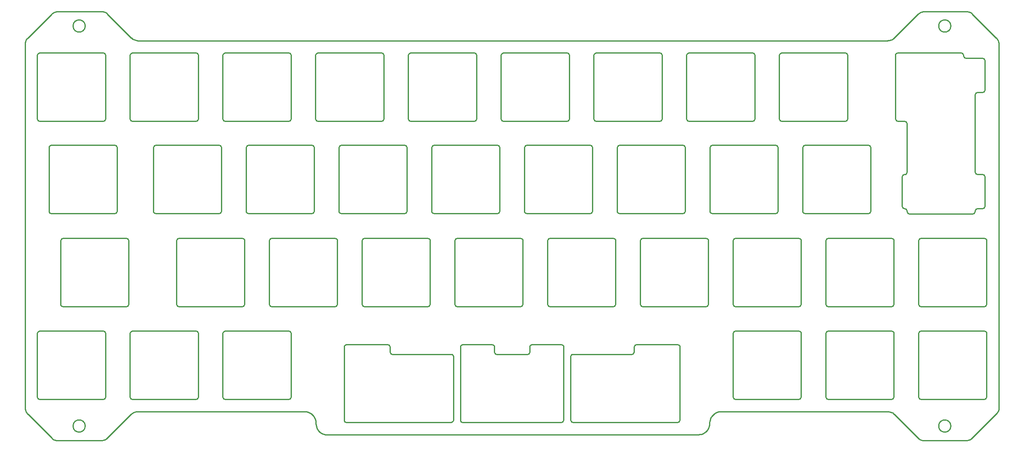
<source format=gm1>
%TF.GenerationSoftware,KiCad,Pcbnew,7.0.6*%
%TF.CreationDate,2023-08-05T15:27:14-04:00*%
%TF.ProjectId,cutiepie-symmetrical-uniform-stagger-plate,63757469-6570-4696-952d-73796d6d6574,rev?*%
%TF.SameCoordinates,Original*%
%TF.FileFunction,Profile,NP*%
%FSLAX46Y46*%
G04 Gerber Fmt 4.6, Leading zero omitted, Abs format (unit mm)*
G04 Created by KiCad (PCBNEW 7.0.6) date 2023-08-05 15:27:14*
%MOMM*%
%LPD*%
G01*
G04 APERTURE LIST*
%ADD10C,0.250000*%
%TA.AperFunction,Profile*%
%ADD11C,0.250000*%
%TD*%
G04 APERTURE END LIST*
D10*
X70699259Y-64478914D02*
X70626872Y-64738182D01*
X70437588Y-64918566D01*
X70199259Y-64978914D01*
X155924001Y-89078655D02*
X156183269Y-89151041D01*
X156363653Y-89340325D01*
X156424001Y-89578655D01*
D11*
X75748874Y-64478655D02*
X75748874Y-51478655D01*
D10*
X123874001Y-103078655D02*
X123614732Y-103006268D01*
X123434348Y-102816984D01*
X123374001Y-102578655D01*
X73080259Y-83444521D02*
X73007872Y-83703789D01*
X72818588Y-83884173D01*
X72580259Y-83944521D01*
D11*
X171498874Y-50978655D02*
X184498874Y-50978655D01*
X85274001Y-102578655D02*
X85274001Y-89578655D01*
D10*
X89748874Y-121628655D02*
X89676487Y-121887923D01*
X89487203Y-122068307D01*
X89248874Y-122128655D01*
X127848874Y-64478655D02*
X127776487Y-64737923D01*
X127587203Y-64918307D01*
X127348874Y-64978655D01*
D11*
X151074374Y-112896414D02*
X157298374Y-112896414D01*
D10*
X223098874Y-64478655D02*
X223026487Y-64737923D01*
X222837203Y-64918307D01*
X222598874Y-64978655D01*
X57199259Y-64978914D02*
X56939990Y-64906527D01*
X56759606Y-64717243D01*
X56699259Y-64478914D01*
D11*
X66542414Y-127653649D02*
G75*
G03*
X66542414Y-127653649I-1250000J0D01*
G01*
X200073874Y-108128655D02*
X213073874Y-108128655D01*
D10*
X61461259Y-89578914D02*
X61533645Y-89319645D01*
X61722929Y-89139261D01*
X61961259Y-89078914D01*
X150574374Y-112396414D02*
X150646760Y-112655682D01*
X150836044Y-112836066D01*
X151074374Y-112896414D01*
D11*
X137661259Y-83444655D02*
X137661259Y-70444655D01*
D10*
X70698874Y-121628655D02*
X70626487Y-121887923D01*
X70437203Y-122068307D01*
X70198874Y-122128655D01*
X151661259Y-83444655D02*
X151588872Y-83703923D01*
X151399588Y-83884307D01*
X151161259Y-83944655D01*
X120198374Y-126891414D02*
X119939105Y-126819027D01*
X119758721Y-126629743D01*
X119698374Y-126391414D01*
D11*
X156711259Y-83444655D02*
X156711259Y-70444655D01*
D10*
X219124001Y-103078655D02*
X218864732Y-103006268D01*
X218684348Y-102816984D01*
X218624001Y-102578655D01*
D11*
X197244597Y-124653914D02*
X231293651Y-124653965D01*
D10*
X81011259Y-83944655D02*
X80751990Y-83872268D01*
X80571606Y-83682984D01*
X80511259Y-83444655D01*
D11*
X155924001Y-103078655D02*
X142924001Y-103078655D01*
X108298874Y-64978655D02*
X95298874Y-64978655D01*
X184498874Y-64978655D02*
X171498874Y-64978655D01*
X127348874Y-64978655D02*
X114348874Y-64978655D01*
X213861259Y-83444655D02*
X213861259Y-70444655D01*
X73080259Y-70444521D02*
X73080259Y-83444521D01*
X176261259Y-69944655D02*
X189261259Y-69944655D01*
X209098874Y-64478655D02*
X209098874Y-51478655D01*
X218623874Y-121628655D02*
X218623874Y-108628655D01*
D10*
X137661259Y-70444655D02*
X137733645Y-70185386D01*
X137922929Y-70005002D01*
X138161259Y-69944655D01*
X80511259Y-70444655D02*
X80583645Y-70185386D01*
X80772929Y-70005002D01*
X81011259Y-69944655D01*
X164298374Y-110891414D02*
X164557642Y-110963800D01*
X164738026Y-111153084D01*
X164798374Y-111391414D01*
D11*
X251673874Y-108628655D02*
X251673874Y-121628655D01*
D10*
X129111374Y-112391414D02*
X129183760Y-112650682D01*
X129373044Y-112831066D01*
X129611374Y-112891414D01*
D11*
X89248874Y-122128655D02*
X76248874Y-122128655D01*
D10*
X189761259Y-83444655D02*
X189688872Y-83703923D01*
X189499588Y-83884307D01*
X189261259Y-83944655D01*
D11*
X237673874Y-121628655D02*
X237673874Y-108628655D01*
D10*
X233411374Y-50978914D02*
X233152105Y-51051300D01*
X232971721Y-51240584D01*
X232911374Y-51478914D01*
X165948874Y-64478655D02*
X165876487Y-64737923D01*
X165687203Y-64918307D01*
X165448874Y-64978655D01*
D11*
X136874001Y-103078655D02*
X123874001Y-103078655D01*
D10*
X199574001Y-89578655D02*
X199646387Y-89319386D01*
X199835671Y-89139002D01*
X200074001Y-89078655D01*
X190548874Y-64978655D02*
X190289605Y-64906268D01*
X190109221Y-64716984D01*
X190048874Y-64478655D01*
X89248874Y-108128655D02*
X89508142Y-108201041D01*
X89688526Y-108390325D01*
X89748874Y-108628655D01*
X180524001Y-89578655D02*
X180596387Y-89319386D01*
X180785671Y-89139002D01*
X181024001Y-89078655D01*
D11*
X249792624Y-82946914D02*
X250792624Y-82946914D01*
D10*
X213074001Y-89078655D02*
X213333269Y-89151041D01*
X213513653Y-89340325D01*
X213574001Y-89578655D01*
X132111259Y-69944655D02*
X132370527Y-70017041D01*
X132550911Y-70206325D01*
X132611259Y-70444655D01*
D11*
X194524001Y-89578655D02*
X194524001Y-102578655D01*
X166236374Y-126391414D02*
X166236374Y-113391414D01*
X72580259Y-83944521D02*
X59580259Y-83944521D01*
D10*
X213573874Y-121628655D02*
X213501487Y-121887923D01*
X213312203Y-122068307D01*
X213073874Y-122128655D01*
D11*
X113561259Y-70444655D02*
X113561259Y-83444655D01*
D10*
X227861259Y-83444655D02*
X227788872Y-83703923D01*
X227599588Y-83884307D01*
X227361259Y-83944655D01*
X164798374Y-126391414D02*
X164725987Y-126650682D01*
X164536703Y-126831066D01*
X164298374Y-126891414D01*
D11*
X249292624Y-75446914D02*
X249292624Y-59570914D01*
D10*
X70199259Y-50978914D02*
X70458527Y-51051300D01*
X70638911Y-51240584D01*
X70699259Y-51478914D01*
D11*
X164298374Y-126891414D02*
X144074374Y-126891414D01*
X119698374Y-126391414D02*
X119698374Y-111391414D01*
X165448874Y-64978655D02*
X152448874Y-64978655D01*
D10*
X232123874Y-108128655D02*
X232383142Y-108201041D01*
X232563526Y-108390325D01*
X232623874Y-108628655D01*
X108298874Y-50978655D02*
X108558142Y-51051041D01*
X108738526Y-51240325D01*
X108798874Y-51478655D01*
D11*
X118611259Y-83444655D02*
X118611259Y-70444655D01*
D10*
X204048874Y-64478655D02*
X203976487Y-64737923D01*
X203787203Y-64918307D01*
X203548874Y-64978655D01*
X251292624Y-76446914D02*
X251220237Y-76187645D01*
X251030953Y-76007261D01*
X250792624Y-75946914D01*
X133398874Y-64978655D02*
X133139605Y-64906268D01*
X132959221Y-64716984D01*
X132898874Y-64478655D01*
D11*
X128611374Y-110891414D02*
X128611374Y-110896414D01*
X142424001Y-102578655D02*
X142424001Y-89578655D01*
X104824001Y-89078655D02*
X117824001Y-89078655D01*
D10*
X234792624Y-64983914D02*
X235051892Y-65056300D01*
X235232276Y-65245584D01*
X235292624Y-65483914D01*
D11*
X190548874Y-50978655D02*
X203548874Y-50978655D01*
X238951881Y-130655466D02*
X247370327Y-130655554D01*
D10*
X74961259Y-89078914D02*
X75220527Y-89151300D01*
X75400911Y-89340584D01*
X75461259Y-89578914D01*
D11*
X57199259Y-50978914D02*
X70199259Y-50978914D01*
X209598874Y-50978655D02*
X222598874Y-50978655D01*
D10*
X248785003Y-43039653D02*
X248560667Y-42846314D01*
X248312570Y-42689479D01*
X248045136Y-42570980D01*
X247762791Y-42492651D01*
X247469963Y-42456324D01*
X247370789Y-42453867D01*
D11*
X114348874Y-50978655D02*
X127348874Y-50978655D01*
D10*
X251673874Y-121628655D02*
X251601487Y-121887923D01*
X251412203Y-122068307D01*
X251173874Y-122128655D01*
D11*
X95298874Y-108128655D02*
X108298874Y-108128655D01*
X146398874Y-64978655D02*
X133398874Y-64978655D01*
X213073874Y-122128655D02*
X200073874Y-122128655D01*
D10*
X150074374Y-110891414D02*
X150333642Y-110963800D01*
X150514026Y-111153084D01*
X150574374Y-111391414D01*
D11*
X223098874Y-51478655D02*
X223098874Y-64478655D01*
D10*
X156711259Y-70444655D02*
X156783645Y-70185386D01*
X156972929Y-70005002D01*
X157211259Y-69944655D01*
X175761259Y-70444655D02*
X175833645Y-70185386D01*
X176022929Y-70005002D01*
X176261259Y-69944655D01*
X247370327Y-130655554D02*
X247665666Y-130633639D01*
X247951998Y-130569110D01*
X248224895Y-130463800D01*
X248479931Y-130319542D01*
X248712681Y-130138171D01*
X248784547Y-130069783D01*
X72580259Y-69944521D02*
X72839527Y-70016907D01*
X73019911Y-70206191D01*
X73080259Y-70444521D01*
D11*
X227361259Y-83944655D02*
X214361259Y-83944655D01*
X69745449Y-42453867D02*
X61002301Y-42453867D01*
X246911374Y-51570914D02*
X246911374Y-51478914D01*
D10*
X76248874Y-64978655D02*
X75989605Y-64906268D01*
X75809221Y-64716984D01*
X75748874Y-64478655D01*
X203548874Y-50978655D02*
X203808142Y-51051041D01*
X203988526Y-51240325D01*
X204048874Y-51478655D01*
X251292624Y-52570914D02*
X251220237Y-52311645D01*
X251030953Y-52131261D01*
X250792624Y-52070914D01*
D11*
X158298374Y-110891414D02*
X164298374Y-110891414D01*
X175474001Y-89578655D02*
X175474001Y-102578655D01*
X161474001Y-102578655D02*
X161474001Y-89578655D01*
X108798874Y-108628655D02*
X108798874Y-121628655D01*
D10*
X170711259Y-83444655D02*
X170638872Y-83703923D01*
X170449588Y-83884307D01*
X170211259Y-83944655D01*
D11*
X175761259Y-83444655D02*
X175761259Y-70444655D01*
D10*
X188674374Y-126391414D02*
X188601987Y-126650682D01*
X188412703Y-126831066D01*
X188174374Y-126891414D01*
X113061259Y-69944655D02*
X113320527Y-70017041D01*
X113500911Y-70206325D01*
X113561259Y-70444655D01*
D11*
X71159207Y-130067923D02*
X75987693Y-125239538D01*
D10*
X54759660Y-47868080D02*
X54566321Y-48092415D01*
X54409486Y-48340512D01*
X54290987Y-48607946D01*
X54212657Y-48890291D01*
X54176330Y-49183119D01*
X54173873Y-49282294D01*
X61961259Y-103078914D02*
X61701990Y-103006527D01*
X61521606Y-102817243D01*
X61461259Y-102578914D01*
X75987693Y-125239538D02*
X76208298Y-125048971D01*
X76452046Y-124893707D01*
X76714724Y-124775521D01*
X76992118Y-124696187D01*
X77280016Y-124657480D01*
X77377589Y-124653914D01*
D11*
X151948874Y-64478655D02*
X151948874Y-51478655D01*
X76248874Y-50978655D02*
X89248874Y-50978655D01*
X233411374Y-64983914D02*
X234792624Y-64983914D01*
D10*
X234292624Y-82446914D02*
X234365010Y-82706182D01*
X234554294Y-82886566D01*
X234792624Y-82946914D01*
X98774001Y-89078655D02*
X99033269Y-89151041D01*
X99213653Y-89340325D01*
X99274001Y-89578655D01*
D11*
X132611259Y-70444655D02*
X132611259Y-83444655D01*
X157798374Y-112396414D02*
X157798374Y-111391414D01*
D10*
X251674517Y-102578655D02*
X251602130Y-102837923D01*
X251412846Y-103018307D01*
X251174517Y-103078655D01*
D11*
X232624001Y-89578655D02*
X232624001Y-102578655D01*
D10*
X54173483Y-123825104D02*
X54195398Y-124120443D01*
X54259927Y-124406775D01*
X54365237Y-124679672D01*
X54509495Y-124934708D01*
X54690866Y-125167458D01*
X54759255Y-125239324D01*
X117824001Y-89078655D02*
X118083269Y-89151041D01*
X118263653Y-89340325D01*
X118324001Y-89578655D01*
D11*
X237538130Y-43039653D02*
X232709661Y-47868122D01*
D10*
X232624001Y-102578655D02*
X232551614Y-102837923D01*
X232362330Y-103018307D01*
X232124001Y-103078655D01*
D11*
X189261259Y-83944655D02*
X176261259Y-83944655D01*
X199574001Y-102578655D02*
X199574001Y-89578655D01*
D10*
X200073874Y-122128655D02*
X199814605Y-122056268D01*
X199634221Y-121866984D01*
X199573874Y-121628655D01*
X234792624Y-75946914D02*
X234533355Y-76019300D01*
X234352971Y-76208584D01*
X234292624Y-76446914D01*
X69744987Y-130653695D02*
X70040326Y-130631779D01*
X70326658Y-130567250D01*
X70599555Y-130461940D01*
X70854591Y-130317682D01*
X71087341Y-130136311D01*
X71159207Y-130067923D01*
D11*
X251292624Y-82446914D02*
X251292624Y-76446914D01*
D10*
X194744593Y-127153910D02*
X194757500Y-126898299D01*
X194795384Y-126650072D01*
X194896293Y-126294326D01*
X195046331Y-125962262D01*
X195241256Y-125658120D01*
X195476828Y-125386144D01*
X195748806Y-125150573D01*
X196052947Y-124955648D01*
X196385012Y-124805612D01*
X196740759Y-124704704D01*
X196988986Y-124666820D01*
X197244597Y-124653914D01*
D11*
X89248874Y-64978655D02*
X76248874Y-64978655D01*
D10*
X142924001Y-103078655D02*
X142664732Y-103006268D01*
X142484348Y-102816984D01*
X142424001Y-102578655D01*
D11*
X137374001Y-89578655D02*
X137374001Y-102578655D01*
X132111259Y-83944655D02*
X119111259Y-83944655D01*
D10*
X152448874Y-64978655D02*
X152189605Y-64906268D01*
X152009221Y-64716984D01*
X151948874Y-64478655D01*
X142424001Y-89578655D02*
X142496387Y-89319386D01*
X142685671Y-89139002D01*
X142924001Y-89078655D01*
X57198874Y-122128655D02*
X56939605Y-122056268D01*
X56759221Y-121866984D01*
X56698874Y-121628655D01*
X94011259Y-69944655D02*
X94270527Y-70017041D01*
X94450911Y-70206325D01*
X94511259Y-70444655D01*
D11*
X59588087Y-43039653D02*
X54759660Y-47868080D01*
D10*
X142136374Y-126391414D02*
X142063987Y-126650682D01*
X141874703Y-126831066D01*
X141636374Y-126891414D01*
D11*
X61001839Y-130653603D02*
X69744987Y-130653695D01*
D10*
X137374001Y-102578655D02*
X137301614Y-102837923D01*
X137112330Y-103018307D01*
X136874001Y-103078655D01*
D11*
X165948874Y-51478655D02*
X165948874Y-64478655D01*
D10*
X248792624Y-84033914D02*
X249051892Y-83961527D01*
X249232276Y-83772243D01*
X249292624Y-83533914D01*
D11*
X164798374Y-111391414D02*
X164798374Y-126391414D01*
D10*
X104824001Y-103078655D02*
X104564732Y-103006268D01*
X104384348Y-102816984D01*
X104324001Y-102578655D01*
X119698374Y-111391414D02*
X119770760Y-111132145D01*
X119960044Y-110951761D01*
X120198374Y-110891414D01*
D11*
X74961259Y-103078914D02*
X61961259Y-103078914D01*
X213574001Y-89578655D02*
X213574001Y-102578655D01*
X179261374Y-112391414D02*
X179261374Y-111396414D01*
X61461259Y-102578914D02*
X61461259Y-89578914D01*
D10*
X208311259Y-69944655D02*
X208570527Y-70017041D01*
X208750911Y-70206325D01*
X208811259Y-70444655D01*
X157298374Y-112896414D02*
X157557642Y-112824027D01*
X157738026Y-112634743D01*
X157798374Y-112396414D01*
X94798874Y-108628655D02*
X94871260Y-108369386D01*
X95060544Y-108189002D01*
X95298874Y-108128655D01*
X232124001Y-89078655D02*
X232383269Y-89151041D01*
X232563653Y-89340325D01*
X232624001Y-89578655D01*
D11*
X81011259Y-69944655D02*
X94011259Y-69944655D01*
X246411374Y-50978914D02*
X233411374Y-50978914D01*
X213074001Y-103078655D02*
X200074001Y-103078655D01*
X179761374Y-110896414D02*
X188174374Y-110896414D01*
D10*
X214361259Y-83944655D02*
X214101990Y-83872268D01*
X213921606Y-83682984D01*
X213861259Y-83444655D01*
X75748874Y-108628655D02*
X75821260Y-108369386D01*
X76010544Y-108189002D01*
X76248874Y-108128655D01*
D11*
X208311259Y-83944655D02*
X195311259Y-83944655D01*
D10*
X70198874Y-108128655D02*
X70458142Y-108201041D01*
X70638526Y-108390325D01*
X70698874Y-108628655D01*
D11*
X108298874Y-122128655D02*
X95298874Y-122128655D01*
X104324001Y-102578655D02*
X104324001Y-89578655D01*
X142136374Y-113391414D02*
X142136374Y-126391414D01*
X80511259Y-83444655D02*
X80511259Y-70444655D01*
X75461259Y-89578914D02*
X75461259Y-102578914D01*
D10*
X56699259Y-51478914D02*
X56771645Y-51219645D01*
X56960929Y-51039261D01*
X57199259Y-50978914D01*
D11*
X70699259Y-51478914D02*
X70699259Y-64478914D01*
D10*
X114348874Y-64978655D02*
X114089605Y-64906268D01*
X113909221Y-64716984D01*
X113848874Y-64478655D01*
D11*
X235292624Y-83446914D02*
X235292624Y-83533914D01*
D10*
X100061259Y-83944655D02*
X99801990Y-83872268D01*
X99621606Y-83682984D01*
X99561259Y-83444655D01*
D11*
X75988090Y-47868080D02*
X71159663Y-43039653D01*
X99274001Y-89578655D02*
X99274001Y-102578655D01*
D10*
X178761374Y-112891414D02*
X179020642Y-112819027D01*
X179201026Y-112629743D01*
X179261374Y-112391414D01*
X209098874Y-51478655D02*
X209171260Y-51219386D01*
X209360544Y-51039002D01*
X209598874Y-50978655D01*
X232709661Y-47868122D02*
X232485325Y-48061460D01*
X232237228Y-48218295D01*
X231969793Y-48336794D01*
X231687449Y-48415124D01*
X231394620Y-48451451D01*
X231295446Y-48453909D01*
X118324001Y-102578655D02*
X118251614Y-102837923D01*
X118062330Y-103018307D01*
X117824001Y-103078655D01*
D11*
X113848874Y-64478655D02*
X113848874Y-51478655D01*
X166736374Y-112891414D02*
X178761374Y-112891414D01*
X143574374Y-126391414D02*
X143574374Y-111391414D01*
D10*
X138161259Y-83944655D02*
X137901990Y-83872268D01*
X137721606Y-83682984D01*
X137661259Y-83444655D01*
D11*
X108798874Y-51478655D02*
X108798874Y-64478655D01*
X156424001Y-89578655D02*
X156424001Y-102578655D01*
X190048874Y-64478655D02*
X190048874Y-51478655D01*
X208811259Y-70444655D02*
X208811259Y-83444655D01*
D10*
X161474001Y-89578655D02*
X161546387Y-89319386D01*
X161735671Y-89139002D01*
X161974001Y-89078655D01*
X218624001Y-89578655D02*
X218696387Y-89319386D01*
X218885671Y-89139002D01*
X219124001Y-89078655D01*
D11*
X247370789Y-42453867D02*
X238952343Y-42453867D01*
D10*
X232911374Y-64483914D02*
X232983760Y-64743182D01*
X233173044Y-64923566D01*
X233411374Y-64983914D01*
X157798374Y-111391414D02*
X157870760Y-111132145D01*
X158060044Y-110951761D01*
X158298374Y-110891414D01*
D11*
X203548874Y-64978655D02*
X190548874Y-64978655D01*
D10*
X192482871Y-129415637D02*
X192827305Y-129389577D01*
X193155432Y-129313956D01*
X193463413Y-129192610D01*
X193747411Y-129029376D01*
X194003591Y-128828091D01*
X194228115Y-128592592D01*
X194417146Y-128326715D01*
X194566847Y-128034298D01*
X194673381Y-127719177D01*
X194732913Y-127385188D01*
X194744593Y-127153943D01*
D11*
X151161259Y-83944655D02*
X138161259Y-83944655D01*
D10*
X194744593Y-127153943D02*
X194744593Y-127153910D01*
X59587631Y-130067802D02*
X59811964Y-130261142D01*
X60060060Y-130417979D01*
X60327493Y-130536481D01*
X60609836Y-130614814D01*
X60902664Y-130651143D01*
X61001839Y-130653603D01*
D11*
X219124001Y-89078655D02*
X232124001Y-89078655D01*
X123374001Y-102578655D02*
X123374001Y-89578655D01*
X249292624Y-83533914D02*
X249292624Y-83446914D01*
D10*
X218623874Y-108628655D02*
X218696260Y-108369386D01*
X218885544Y-108189002D01*
X219123874Y-108128655D01*
D11*
X232123874Y-122128655D02*
X219123874Y-122128655D01*
D10*
X95298874Y-64978655D02*
X95039605Y-64906268D01*
X94859221Y-64716984D01*
X94798874Y-64478655D01*
X170211259Y-69944655D02*
X170470527Y-70017041D01*
X170650911Y-70206325D01*
X170711259Y-70444655D01*
X146898874Y-64478655D02*
X146826487Y-64737923D01*
X146637203Y-64918307D01*
X146398874Y-64978655D01*
X132898874Y-51478655D02*
X132971260Y-51219386D01*
X133160544Y-51039002D01*
X133398874Y-50978655D01*
X127348874Y-50978655D02*
X127608142Y-51051041D01*
X127788526Y-51240325D01*
X127848874Y-51478655D01*
X132611259Y-83444655D02*
X132538872Y-83703923D01*
X132349588Y-83884307D01*
X132111259Y-83944655D01*
X253613057Y-125241374D02*
X253806397Y-125017040D01*
X253963235Y-124768944D01*
X254081737Y-124501511D01*
X254160069Y-124219168D01*
X254196399Y-123926340D01*
X254198858Y-123827166D01*
D11*
X180524001Y-102578655D02*
X180524001Y-89578655D01*
X94798874Y-64478655D02*
X94798874Y-51478655D01*
D10*
X75748874Y-51478655D02*
X75821260Y-51219386D01*
X76010544Y-51039002D01*
X76248874Y-50978655D01*
D11*
X120198374Y-110891414D02*
X128611374Y-110891414D01*
X54173873Y-49282294D02*
X54173874Y-86432641D01*
X56698874Y-121628655D02*
X56698874Y-108628655D01*
X184998874Y-51478655D02*
X184998874Y-64478655D01*
D10*
X249792624Y-75946914D02*
X249533355Y-75874527D01*
X249352971Y-75685243D01*
X249292624Y-75446914D01*
X94798874Y-51478655D02*
X94871260Y-51219386D01*
X95060544Y-51039002D01*
X95298874Y-50978655D01*
D11*
X244330103Y-45453885D02*
G75*
G03*
X244330103Y-45453885I-1250000J0D01*
G01*
D10*
X151948874Y-51478655D02*
X152021260Y-51219386D01*
X152210544Y-51039002D01*
X152448874Y-50978655D01*
D11*
X235792624Y-84033914D02*
X248792624Y-84033914D01*
X174974001Y-103078655D02*
X161974001Y-103078655D01*
D10*
X237537674Y-130069665D02*
X237762007Y-130263005D01*
X238010102Y-130419843D01*
X238277535Y-130538345D01*
X238559878Y-130616677D01*
X238852706Y-130653007D01*
X238951881Y-130655466D01*
D11*
X251674517Y-89578655D02*
X251674517Y-102578655D01*
D10*
X249292624Y-59570914D02*
X249365010Y-59311645D01*
X249554294Y-59131261D01*
X249792624Y-59070914D01*
X209598874Y-64978655D02*
X209339605Y-64906268D01*
X209159221Y-64716984D01*
X209098874Y-64478655D01*
X141636374Y-112891414D02*
X141895642Y-112963800D01*
X142076026Y-113153084D01*
X142136374Y-113391414D01*
X234792624Y-82946914D02*
X235051892Y-83019300D01*
X235232276Y-83208584D01*
X235292624Y-83446914D01*
D11*
X98774001Y-103078655D02*
X85774001Y-103078655D01*
D10*
X190048874Y-51478655D02*
X190121260Y-51219386D01*
X190310544Y-51039002D01*
X190548874Y-50978655D01*
D11*
X133398874Y-50978655D02*
X146398874Y-50978655D01*
D10*
X250792624Y-59070914D02*
X251051892Y-58998527D01*
X251232276Y-58809243D01*
X251292624Y-58570914D01*
D11*
X132898874Y-64478655D02*
X132898874Y-51478655D01*
D10*
X189261259Y-69944655D02*
X189520527Y-70017041D01*
X189700911Y-70206325D01*
X189761259Y-70444655D01*
D11*
X54759255Y-125239324D02*
X59587631Y-130067802D01*
D10*
X113926643Y-127153914D02*
X113952703Y-127498352D01*
X114028325Y-127826481D01*
X114149673Y-128134464D01*
X114312909Y-128418464D01*
X114514197Y-128674645D01*
X114749700Y-128899169D01*
X115015580Y-129088199D01*
X115308001Y-129237899D01*
X115623126Y-129344431D01*
X115957117Y-129403959D01*
X116188366Y-129415637D01*
D11*
X188174374Y-126891414D02*
X166736374Y-126891414D01*
X94798874Y-121628655D02*
X94798874Y-108628655D01*
X238173874Y-108128655D02*
X251173874Y-108128655D01*
D10*
X170998874Y-51478655D02*
X171071260Y-51219386D01*
X171260544Y-51039002D01*
X171498874Y-50978655D01*
X99274001Y-102578655D02*
X99201614Y-102837923D01*
X99012330Y-103018307D01*
X98774001Y-103078655D01*
D11*
X138161259Y-69944655D02*
X151161259Y-69944655D01*
D10*
X238952343Y-42453867D02*
X238657003Y-42475785D01*
X238370672Y-42540317D01*
X238097776Y-42645629D01*
X237842742Y-42789890D01*
X237609994Y-42971264D01*
X237538130Y-43039653D01*
D11*
X100061259Y-69944655D02*
X113061259Y-69944655D01*
X157211259Y-69944655D02*
X170211259Y-69944655D01*
D10*
X199573874Y-108628655D02*
X199646260Y-108369386D01*
X199835544Y-108189002D01*
X200073874Y-108128655D01*
X113561259Y-83444655D02*
X113488872Y-83703923D01*
X113299588Y-83884307D01*
X113061259Y-83944655D01*
D11*
X238174517Y-89078655D02*
X251174517Y-89078655D01*
X152448874Y-50978655D02*
X165448874Y-50978655D01*
X57198874Y-108128655D02*
X70198874Y-108128655D01*
D10*
X175474001Y-102578655D02*
X175401614Y-102837923D01*
X175212330Y-103018307D01*
X174974001Y-103078655D01*
D11*
X232911374Y-51478914D02*
X232911374Y-64483914D01*
X251174517Y-103078655D02*
X238174517Y-103078655D01*
X194811259Y-83444655D02*
X194811259Y-70444655D01*
X235292624Y-65483914D02*
X235292624Y-75446914D01*
X59080259Y-83444521D02*
X59080259Y-70444521D01*
D10*
X123374001Y-89578655D02*
X123446387Y-89319386D01*
X123635671Y-89139002D01*
X123874001Y-89078655D01*
D11*
X77377589Y-124653914D02*
X111426643Y-124653914D01*
X146898874Y-51478655D02*
X146898874Y-64478655D01*
D10*
X104324001Y-89578655D02*
X104396387Y-89319386D01*
X104585671Y-89139002D01*
X104824001Y-89078655D01*
D11*
X127848874Y-51478655D02*
X127848874Y-64478655D01*
X195311259Y-69944655D02*
X208311259Y-69944655D01*
D10*
X89748874Y-64478655D02*
X89676487Y-64737923D01*
X89487203Y-64918307D01*
X89248874Y-64978655D01*
X237673874Y-108628655D02*
X237746260Y-108369386D01*
X237935544Y-108189002D01*
X238173874Y-108128655D01*
X108798874Y-64478655D02*
X108726487Y-64737923D01*
X108537203Y-64918307D01*
X108298874Y-64978655D01*
D11*
X113061259Y-83944655D02*
X100061259Y-83944655D01*
X70199259Y-64978914D02*
X57199259Y-64978914D01*
D10*
X184998874Y-64478655D02*
X184926487Y-64737923D01*
X184737203Y-64918307D01*
X184498874Y-64978655D01*
X165448874Y-50978655D02*
X165708142Y-51051041D01*
X165888526Y-51240325D01*
X165948874Y-51478655D01*
X213861259Y-70444655D02*
X213933645Y-70185386D01*
X214122929Y-70005002D01*
X214361259Y-69944655D01*
X195311259Y-83944655D02*
X195051990Y-83872268D01*
X194871606Y-83682984D01*
X194811259Y-83444655D01*
D11*
X248784547Y-130069783D02*
X253613057Y-125241374D01*
X129111374Y-111396414D02*
X129111374Y-112391414D01*
D10*
X238174517Y-103078655D02*
X237915248Y-103006268D01*
X237734864Y-102816984D01*
X237674517Y-102578655D01*
D11*
X129611374Y-112891414D02*
X141636374Y-112891414D01*
D10*
X213574001Y-102578655D02*
X213501614Y-102837923D01*
X213312330Y-103018307D01*
X213074001Y-103078655D01*
D11*
X170211259Y-83944655D02*
X157211259Y-83944655D01*
D10*
X99561259Y-70444655D02*
X99633645Y-70185386D01*
X99822929Y-70005002D01*
X100061259Y-69944655D01*
D11*
X94511259Y-70444655D02*
X94511259Y-83444655D01*
X89748874Y-108628655D02*
X89748874Y-121628655D01*
X170998874Y-64478655D02*
X170998874Y-51478655D01*
X231295446Y-48453909D02*
X77402303Y-48453867D01*
D10*
X251174517Y-89078655D02*
X251433785Y-89151041D01*
X251614169Y-89340325D01*
X251674517Y-89578655D01*
D11*
X244330103Y-127655492D02*
G75*
G03*
X244330103Y-127655492I-1250000J0D01*
G01*
D10*
X143574374Y-111391414D02*
X143646760Y-111132145D01*
X143836044Y-110951761D01*
X144074374Y-110891414D01*
X85774001Y-103078655D02*
X85514732Y-103006268D01*
X85334348Y-102816984D01*
X85274001Y-102578655D01*
X119111259Y-83944655D02*
X118851990Y-83872268D01*
X118671606Y-83682984D01*
X118611259Y-83444655D01*
X113848874Y-51478655D02*
X113921260Y-51219386D01*
X114110544Y-51039002D01*
X114348874Y-50978655D01*
X71159663Y-43039653D02*
X70935327Y-42846314D01*
X70687230Y-42689479D01*
X70419796Y-42570980D01*
X70137451Y-42492651D01*
X69844623Y-42456324D01*
X69745449Y-42453867D01*
D11*
X200074001Y-89078655D02*
X213074001Y-89078655D01*
X250792624Y-52070914D02*
X247411374Y-52070914D01*
D10*
X161974001Y-103078655D02*
X161714732Y-103006268D01*
X161534348Y-102816984D01*
X161474001Y-102578655D01*
D11*
X204048874Y-51478655D02*
X204048874Y-64478655D01*
X70198874Y-122128655D02*
X57198874Y-122128655D01*
D10*
X237674517Y-89578655D02*
X237746903Y-89319386D01*
X237936187Y-89139002D01*
X238174517Y-89078655D01*
X176261259Y-83944655D02*
X176001990Y-83872268D01*
X175821606Y-83682984D01*
X175761259Y-83444655D01*
X89248874Y-50978655D02*
X89508142Y-51051041D01*
X89688526Y-51240325D01*
X89748874Y-51478655D01*
X95298874Y-122128655D02*
X95039605Y-122056268D01*
X94859221Y-121866984D01*
X94798874Y-121628655D01*
D11*
X170711259Y-70444655D02*
X170711259Y-83444655D01*
X59580259Y-69944521D02*
X72580259Y-69944521D01*
X161974001Y-89078655D02*
X174974001Y-89078655D01*
X54173874Y-86432641D02*
X54173483Y-123825104D01*
D10*
X251173874Y-108128655D02*
X251433142Y-108201041D01*
X251613526Y-108390325D01*
X251673874Y-108628655D01*
X156424001Y-102578655D02*
X156351614Y-102837923D01*
X156162330Y-103018307D01*
X155924001Y-103078655D01*
X194811259Y-70444655D02*
X194883645Y-70185386D01*
X195072929Y-70005002D01*
X195311259Y-69944655D01*
X249292624Y-83446914D02*
X249365010Y-83187645D01*
X249554294Y-83007261D01*
X249792624Y-82946914D01*
X227361259Y-69944655D02*
X227620527Y-70017041D01*
X227800911Y-70206325D01*
X227861259Y-70444655D01*
D11*
X253613462Y-47868113D02*
X248785003Y-43039653D01*
X249792624Y-59070914D02*
X250792624Y-59070914D01*
X116188366Y-129415637D02*
X192482871Y-129415637D01*
X94011259Y-83944655D02*
X81011259Y-83944655D01*
X213573874Y-108628655D02*
X213573874Y-121628655D01*
X227861259Y-70444655D02*
X227861259Y-83444655D01*
D10*
X235292624Y-83533914D02*
X235365010Y-83793182D01*
X235554294Y-83973566D01*
X235792624Y-84033914D01*
D11*
X218624001Y-102578655D02*
X218624001Y-89578655D01*
X95298874Y-50978655D02*
X108298874Y-50978655D01*
D10*
X246911374Y-51478914D02*
X246838987Y-51219645D01*
X246649703Y-51039261D01*
X246411374Y-50978914D01*
D11*
X194024001Y-103078655D02*
X181024001Y-103078655D01*
X142924001Y-89078655D02*
X155924001Y-89078655D01*
D10*
X200074001Y-103078655D02*
X199814732Y-103006268D01*
X199634348Y-102816984D01*
X199574001Y-102578655D01*
D11*
X117824001Y-103078655D02*
X104824001Y-103078655D01*
D10*
X108798874Y-121628655D02*
X108726487Y-121887923D01*
X108537203Y-122068307D01*
X108298874Y-122128655D01*
D11*
X141636374Y-126891414D02*
X120198374Y-126891414D01*
X254198858Y-123827166D02*
X254199257Y-49282326D01*
D10*
X157211259Y-83944655D02*
X156951990Y-83872268D01*
X156771606Y-83682984D01*
X156711259Y-83444655D01*
D11*
X118324001Y-89578655D02*
X118324001Y-102578655D01*
D10*
X61002301Y-42453867D02*
X60706961Y-42475785D01*
X60420630Y-42540317D01*
X60147734Y-42645629D01*
X59892699Y-42789890D01*
X59659951Y-42971264D01*
X59588087Y-43039653D01*
D11*
X251292624Y-58570914D02*
X251292624Y-52570914D01*
D10*
X85274001Y-89578655D02*
X85346387Y-89319386D01*
X85535671Y-89139002D01*
X85774001Y-89078655D01*
X194524001Y-102578655D02*
X194451614Y-102837923D01*
X194262330Y-103018307D01*
X194024001Y-103078655D01*
D11*
X222598874Y-64978655D02*
X209598874Y-64978655D01*
D10*
X250792624Y-82946914D02*
X251051892Y-82874527D01*
X251232276Y-82685243D01*
X251292624Y-82446914D01*
X247411374Y-52070914D02*
X247152105Y-51998527D01*
X246971721Y-51809243D01*
X246911374Y-51570914D01*
X174974001Y-89078655D02*
X175233269Y-89151041D01*
X175413653Y-89340325D01*
X175474001Y-89578655D01*
X171498874Y-64978655D02*
X171239605Y-64906268D01*
X171059221Y-64716984D01*
X170998874Y-64478655D01*
D11*
X199573874Y-121628655D02*
X199573874Y-108628655D01*
X144074374Y-110891414D02*
X150074374Y-110891414D01*
D10*
X59080259Y-70444521D02*
X59152645Y-70185252D01*
X59341929Y-70004868D01*
X59580259Y-69944521D01*
D11*
X232623874Y-108628655D02*
X232623874Y-121628655D01*
D10*
X77402303Y-48453867D02*
X77106963Y-48431948D01*
X76820632Y-48367416D01*
X76547736Y-48262103D01*
X76292702Y-48117843D01*
X76059954Y-47936468D01*
X75988090Y-47868080D01*
D11*
X188674374Y-111391414D02*
X188674374Y-126391414D01*
X188174374Y-110896414D02*
X188174374Y-110891414D01*
X85774001Y-89078655D02*
X98774001Y-89078655D01*
X119111259Y-69944655D02*
X132111259Y-69944655D01*
D10*
X254199257Y-49282326D02*
X254177337Y-48986986D01*
X254112803Y-48700655D01*
X254007489Y-48427759D01*
X253863227Y-48172725D01*
X253681851Y-47939977D01*
X253613462Y-47868113D01*
X151161259Y-69944655D02*
X151420527Y-70017041D01*
X151600911Y-70206325D01*
X151661259Y-70444655D01*
D11*
X75748874Y-121628655D02*
X75748874Y-108628655D01*
D10*
X75461259Y-102578914D02*
X75388872Y-102838182D01*
X75199588Y-103018566D01*
X74961259Y-103078914D01*
D11*
X250792624Y-75946914D02*
X249792624Y-75946914D01*
D10*
X208811259Y-83444655D02*
X208738872Y-83703923D01*
X208549588Y-83884307D01*
X208311259Y-83944655D01*
X222598874Y-50978655D02*
X222858142Y-51051041D01*
X223038526Y-51240325D01*
X223098874Y-51478655D01*
D11*
X123874001Y-89078655D02*
X136874001Y-89078655D01*
D10*
X219123874Y-122128655D02*
X218864605Y-122056268D01*
X218684221Y-121866984D01*
X218623874Y-121628655D01*
D11*
X89748874Y-51478655D02*
X89748874Y-64478655D01*
D10*
X179261374Y-111396414D02*
X179333760Y-111137145D01*
X179523044Y-110956761D01*
X179761374Y-110896414D01*
D11*
X70698874Y-108628655D02*
X70698874Y-121628655D01*
X76248874Y-108128655D02*
X89248874Y-108128655D01*
D10*
X136874001Y-89078655D02*
X137133269Y-89151041D01*
X137313653Y-89340325D01*
X137374001Y-89578655D01*
D11*
X234292624Y-76446914D02*
X234292624Y-82446914D01*
X251173874Y-122128655D02*
X238173874Y-122128655D01*
D10*
X59580259Y-83944521D02*
X59320990Y-83872134D01*
X59140606Y-83682850D01*
X59080259Y-83444521D01*
D11*
X237674517Y-102578655D02*
X237674517Y-89578655D01*
X232124001Y-103078655D02*
X219124001Y-103078655D01*
D10*
X232623874Y-121628655D02*
X232551487Y-121887923D01*
X232362203Y-122068307D01*
X232123874Y-122128655D01*
D11*
X150574374Y-111391414D02*
X150574374Y-112396414D01*
X56699259Y-64478914D02*
X56699259Y-51478914D01*
D10*
X231293651Y-124653965D02*
X231588993Y-124675884D01*
X231875327Y-124740418D01*
X232148225Y-124845733D01*
X232403262Y-124989997D01*
X232636011Y-125171375D01*
X232707877Y-125239766D01*
X94511259Y-83444655D02*
X94438872Y-83703923D01*
X94249588Y-83884307D01*
X94011259Y-83944655D01*
X188174374Y-110891414D02*
X188433642Y-110963800D01*
X188614026Y-111153084D01*
X188674374Y-111391414D01*
D11*
X99561259Y-83444655D02*
X99561259Y-70444655D01*
D10*
X111426643Y-124653914D02*
X111682253Y-124666821D01*
X111930480Y-124704705D01*
X112286226Y-124805613D01*
X112618291Y-124955650D01*
X112922432Y-125150575D01*
X113194410Y-125386147D01*
X113429981Y-125658124D01*
X113624906Y-125962265D01*
X113774943Y-126294330D01*
X113875851Y-126650076D01*
X113913735Y-126898303D01*
X113926643Y-127153914D01*
X108298874Y-108128655D02*
X108558142Y-108201041D01*
X108738526Y-108390325D01*
X108798874Y-108628655D01*
X146398874Y-50978655D02*
X146658142Y-51051041D01*
X146838526Y-51240325D01*
X146898874Y-51478655D01*
X166736374Y-126891414D02*
X166477105Y-126819027D01*
X166296721Y-126629743D01*
X166236374Y-126391414D01*
X56698874Y-108628655D02*
X56771260Y-108369386D01*
X56960544Y-108189002D01*
X57198874Y-108128655D01*
X235292624Y-75446914D02*
X235220237Y-75706182D01*
X235030953Y-75886566D01*
X234792624Y-75946914D01*
D11*
X181024001Y-89078655D02*
X194024001Y-89078655D01*
X214361259Y-69944655D02*
X227361259Y-69944655D01*
X232707877Y-125239766D02*
X237537674Y-130069665D01*
D10*
X166236374Y-113391414D02*
X166308760Y-113132145D01*
X166498044Y-112951761D01*
X166736374Y-112891414D01*
X144074374Y-126891414D02*
X143815105Y-126819027D01*
X143634721Y-126629743D01*
X143574374Y-126391414D01*
X184498874Y-50978655D02*
X184758142Y-51051041D01*
X184938526Y-51240325D01*
X184998874Y-51478655D01*
D11*
X66542414Y-45453867D02*
G75*
G03*
X66542414Y-45453867I-1250000J0D01*
G01*
D10*
X238173874Y-122128655D02*
X237914605Y-122056268D01*
X237734221Y-121866984D01*
X237673874Y-121628655D01*
X194024001Y-89078655D02*
X194283269Y-89151041D01*
X194463653Y-89340325D01*
X194524001Y-89578655D01*
X118611259Y-70444655D02*
X118683645Y-70185386D01*
X118872929Y-70005002D01*
X119111259Y-69944655D01*
X76248874Y-122128655D02*
X75989605Y-122056268D01*
X75809221Y-121866984D01*
X75748874Y-121628655D01*
X181024001Y-103078655D02*
X180764732Y-103006268D01*
X180584348Y-102816984D01*
X180524001Y-102578655D01*
D11*
X151661259Y-70444655D02*
X151661259Y-83444655D01*
X61961259Y-89078914D02*
X74961259Y-89078914D01*
D10*
X128611374Y-110896414D02*
X128870642Y-110968800D01*
X129051026Y-111158084D01*
X129111374Y-111396414D01*
D11*
X219123874Y-108128655D02*
X232123874Y-108128655D01*
D10*
X213073874Y-108128655D02*
X213333142Y-108201041D01*
X213513526Y-108390325D01*
X213573874Y-108628655D01*
D11*
X189761259Y-70444655D02*
X189761259Y-83444655D01*
M02*

</source>
